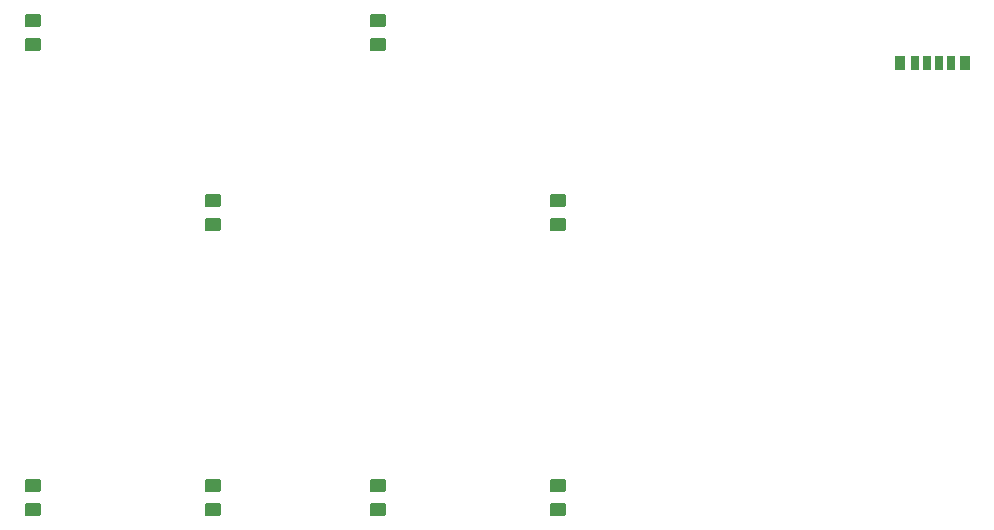
<source format=gtp>
G04 #@! TF.GenerationSoftware,KiCad,Pcbnew,(5.1.5)-3*
G04 #@! TF.CreationDate,2021-05-12T20:45:07+02:00*
G04 #@! TF.ProjectId,thermochromic clock resistors driver,74686572-6d6f-4636-9872-6f6d69632063,1*
G04 #@! TF.SameCoordinates,Original*
G04 #@! TF.FileFunction,Paste,Top*
G04 #@! TF.FilePolarity,Positive*
%FSLAX46Y46*%
G04 Gerber Fmt 4.6, Leading zero omitted, Abs format (unit mm)*
G04 Created by KiCad (PCBNEW (5.1.5)-3) date 2021-05-12 20:45:07*
%MOMM*%
%LPD*%
G04 APERTURE LIST*
%ADD10R,0.700000X1.150000*%
%ADD11R,0.800000X1.150000*%
%ADD12R,0.900000X1.150000*%
%ADD13C,0.152400*%
G04 APERTURE END LIST*
D10*
X205240000Y-73660000D03*
X206240000Y-73660000D03*
D11*
X207260000Y-73660000D03*
X204220000Y-73660000D03*
D12*
X208490000Y-73660000D03*
X202990000Y-73660000D03*
D13*
G36*
X174464505Y-86811204D02*
G01*
X174488773Y-86814804D01*
X174512572Y-86820765D01*
X174535671Y-86829030D01*
X174557850Y-86839520D01*
X174578893Y-86852132D01*
X174598599Y-86866747D01*
X174616777Y-86883223D01*
X174633253Y-86901401D01*
X174647868Y-86921107D01*
X174660480Y-86942150D01*
X174670970Y-86964329D01*
X174679235Y-86987428D01*
X174685196Y-87011227D01*
X174688796Y-87035495D01*
X174690000Y-87059999D01*
X174690000Y-87710001D01*
X174688796Y-87734505D01*
X174685196Y-87758773D01*
X174679235Y-87782572D01*
X174670970Y-87805671D01*
X174660480Y-87827850D01*
X174647868Y-87848893D01*
X174633253Y-87868599D01*
X174616777Y-87886777D01*
X174598599Y-87903253D01*
X174578893Y-87917868D01*
X174557850Y-87930480D01*
X174535671Y-87940970D01*
X174512572Y-87949235D01*
X174488773Y-87955196D01*
X174464505Y-87958796D01*
X174440001Y-87960000D01*
X173539999Y-87960000D01*
X173515495Y-87958796D01*
X173491227Y-87955196D01*
X173467428Y-87949235D01*
X173444329Y-87940970D01*
X173422150Y-87930480D01*
X173401107Y-87917868D01*
X173381401Y-87903253D01*
X173363223Y-87886777D01*
X173346747Y-87868599D01*
X173332132Y-87848893D01*
X173319520Y-87827850D01*
X173309030Y-87805671D01*
X173300765Y-87782572D01*
X173294804Y-87758773D01*
X173291204Y-87734505D01*
X173290000Y-87710001D01*
X173290000Y-87059999D01*
X173291204Y-87035495D01*
X173294804Y-87011227D01*
X173300765Y-86987428D01*
X173309030Y-86964329D01*
X173319520Y-86942150D01*
X173332132Y-86921107D01*
X173346747Y-86901401D01*
X173363223Y-86883223D01*
X173381401Y-86866747D01*
X173401107Y-86852132D01*
X173422150Y-86839520D01*
X173444329Y-86829030D01*
X173467428Y-86820765D01*
X173491227Y-86814804D01*
X173515495Y-86811204D01*
X173539999Y-86810000D01*
X174440001Y-86810000D01*
X174464505Y-86811204D01*
G37*
G36*
X174464505Y-84761204D02*
G01*
X174488773Y-84764804D01*
X174512572Y-84770765D01*
X174535671Y-84779030D01*
X174557850Y-84789520D01*
X174578893Y-84802132D01*
X174598599Y-84816747D01*
X174616777Y-84833223D01*
X174633253Y-84851401D01*
X174647868Y-84871107D01*
X174660480Y-84892150D01*
X174670970Y-84914329D01*
X174679235Y-84937428D01*
X174685196Y-84961227D01*
X174688796Y-84985495D01*
X174690000Y-85009999D01*
X174690000Y-85660001D01*
X174688796Y-85684505D01*
X174685196Y-85708773D01*
X174679235Y-85732572D01*
X174670970Y-85755671D01*
X174660480Y-85777850D01*
X174647868Y-85798893D01*
X174633253Y-85818599D01*
X174616777Y-85836777D01*
X174598599Y-85853253D01*
X174578893Y-85867868D01*
X174557850Y-85880480D01*
X174535671Y-85890970D01*
X174512572Y-85899235D01*
X174488773Y-85905196D01*
X174464505Y-85908796D01*
X174440001Y-85910000D01*
X173539999Y-85910000D01*
X173515495Y-85908796D01*
X173491227Y-85905196D01*
X173467428Y-85899235D01*
X173444329Y-85890970D01*
X173422150Y-85880480D01*
X173401107Y-85867868D01*
X173381401Y-85853253D01*
X173363223Y-85836777D01*
X173346747Y-85818599D01*
X173332132Y-85798893D01*
X173319520Y-85777850D01*
X173309030Y-85755671D01*
X173300765Y-85732572D01*
X173294804Y-85708773D01*
X173291204Y-85684505D01*
X173290000Y-85660001D01*
X173290000Y-85009999D01*
X173291204Y-84985495D01*
X173294804Y-84961227D01*
X173300765Y-84937428D01*
X173309030Y-84914329D01*
X173319520Y-84892150D01*
X173332132Y-84871107D01*
X173346747Y-84851401D01*
X173363223Y-84833223D01*
X173381401Y-84816747D01*
X173401107Y-84802132D01*
X173422150Y-84789520D01*
X173444329Y-84779030D01*
X173467428Y-84770765D01*
X173491227Y-84764804D01*
X173515495Y-84761204D01*
X173539999Y-84760000D01*
X174440001Y-84760000D01*
X174464505Y-84761204D01*
G37*
G36*
X174464505Y-110941204D02*
G01*
X174488773Y-110944804D01*
X174512572Y-110950765D01*
X174535671Y-110959030D01*
X174557850Y-110969520D01*
X174578893Y-110982132D01*
X174598599Y-110996747D01*
X174616777Y-111013223D01*
X174633253Y-111031401D01*
X174647868Y-111051107D01*
X174660480Y-111072150D01*
X174670970Y-111094329D01*
X174679235Y-111117428D01*
X174685196Y-111141227D01*
X174688796Y-111165495D01*
X174690000Y-111189999D01*
X174690000Y-111840001D01*
X174688796Y-111864505D01*
X174685196Y-111888773D01*
X174679235Y-111912572D01*
X174670970Y-111935671D01*
X174660480Y-111957850D01*
X174647868Y-111978893D01*
X174633253Y-111998599D01*
X174616777Y-112016777D01*
X174598599Y-112033253D01*
X174578893Y-112047868D01*
X174557850Y-112060480D01*
X174535671Y-112070970D01*
X174512572Y-112079235D01*
X174488773Y-112085196D01*
X174464505Y-112088796D01*
X174440001Y-112090000D01*
X173539999Y-112090000D01*
X173515495Y-112088796D01*
X173491227Y-112085196D01*
X173467428Y-112079235D01*
X173444329Y-112070970D01*
X173422150Y-112060480D01*
X173401107Y-112047868D01*
X173381401Y-112033253D01*
X173363223Y-112016777D01*
X173346747Y-111998599D01*
X173332132Y-111978893D01*
X173319520Y-111957850D01*
X173309030Y-111935671D01*
X173300765Y-111912572D01*
X173294804Y-111888773D01*
X173291204Y-111864505D01*
X173290000Y-111840001D01*
X173290000Y-111189999D01*
X173291204Y-111165495D01*
X173294804Y-111141227D01*
X173300765Y-111117428D01*
X173309030Y-111094329D01*
X173319520Y-111072150D01*
X173332132Y-111051107D01*
X173346747Y-111031401D01*
X173363223Y-111013223D01*
X173381401Y-110996747D01*
X173401107Y-110982132D01*
X173422150Y-110969520D01*
X173444329Y-110959030D01*
X173467428Y-110950765D01*
X173491227Y-110944804D01*
X173515495Y-110941204D01*
X173539999Y-110940000D01*
X174440001Y-110940000D01*
X174464505Y-110941204D01*
G37*
G36*
X174464505Y-108891204D02*
G01*
X174488773Y-108894804D01*
X174512572Y-108900765D01*
X174535671Y-108909030D01*
X174557850Y-108919520D01*
X174578893Y-108932132D01*
X174598599Y-108946747D01*
X174616777Y-108963223D01*
X174633253Y-108981401D01*
X174647868Y-109001107D01*
X174660480Y-109022150D01*
X174670970Y-109044329D01*
X174679235Y-109067428D01*
X174685196Y-109091227D01*
X174688796Y-109115495D01*
X174690000Y-109139999D01*
X174690000Y-109790001D01*
X174688796Y-109814505D01*
X174685196Y-109838773D01*
X174679235Y-109862572D01*
X174670970Y-109885671D01*
X174660480Y-109907850D01*
X174647868Y-109928893D01*
X174633253Y-109948599D01*
X174616777Y-109966777D01*
X174598599Y-109983253D01*
X174578893Y-109997868D01*
X174557850Y-110010480D01*
X174535671Y-110020970D01*
X174512572Y-110029235D01*
X174488773Y-110035196D01*
X174464505Y-110038796D01*
X174440001Y-110040000D01*
X173539999Y-110040000D01*
X173515495Y-110038796D01*
X173491227Y-110035196D01*
X173467428Y-110029235D01*
X173444329Y-110020970D01*
X173422150Y-110010480D01*
X173401107Y-109997868D01*
X173381401Y-109983253D01*
X173363223Y-109966777D01*
X173346747Y-109948599D01*
X173332132Y-109928893D01*
X173319520Y-109907850D01*
X173309030Y-109885671D01*
X173300765Y-109862572D01*
X173294804Y-109838773D01*
X173291204Y-109814505D01*
X173290000Y-109790001D01*
X173290000Y-109139999D01*
X173291204Y-109115495D01*
X173294804Y-109091227D01*
X173300765Y-109067428D01*
X173309030Y-109044329D01*
X173319520Y-109022150D01*
X173332132Y-109001107D01*
X173346747Y-108981401D01*
X173363223Y-108963223D01*
X173381401Y-108946747D01*
X173401107Y-108932132D01*
X173422150Y-108919520D01*
X173444329Y-108909030D01*
X173467428Y-108900765D01*
X173491227Y-108894804D01*
X173515495Y-108891204D01*
X173539999Y-108890000D01*
X174440001Y-108890000D01*
X174464505Y-108891204D01*
G37*
G36*
X145254505Y-86811204D02*
G01*
X145278773Y-86814804D01*
X145302572Y-86820765D01*
X145325671Y-86829030D01*
X145347850Y-86839520D01*
X145368893Y-86852132D01*
X145388599Y-86866747D01*
X145406777Y-86883223D01*
X145423253Y-86901401D01*
X145437868Y-86921107D01*
X145450480Y-86942150D01*
X145460970Y-86964329D01*
X145469235Y-86987428D01*
X145475196Y-87011227D01*
X145478796Y-87035495D01*
X145480000Y-87059999D01*
X145480000Y-87710001D01*
X145478796Y-87734505D01*
X145475196Y-87758773D01*
X145469235Y-87782572D01*
X145460970Y-87805671D01*
X145450480Y-87827850D01*
X145437868Y-87848893D01*
X145423253Y-87868599D01*
X145406777Y-87886777D01*
X145388599Y-87903253D01*
X145368893Y-87917868D01*
X145347850Y-87930480D01*
X145325671Y-87940970D01*
X145302572Y-87949235D01*
X145278773Y-87955196D01*
X145254505Y-87958796D01*
X145230001Y-87960000D01*
X144329999Y-87960000D01*
X144305495Y-87958796D01*
X144281227Y-87955196D01*
X144257428Y-87949235D01*
X144234329Y-87940970D01*
X144212150Y-87930480D01*
X144191107Y-87917868D01*
X144171401Y-87903253D01*
X144153223Y-87886777D01*
X144136747Y-87868599D01*
X144122132Y-87848893D01*
X144109520Y-87827850D01*
X144099030Y-87805671D01*
X144090765Y-87782572D01*
X144084804Y-87758773D01*
X144081204Y-87734505D01*
X144080000Y-87710001D01*
X144080000Y-87059999D01*
X144081204Y-87035495D01*
X144084804Y-87011227D01*
X144090765Y-86987428D01*
X144099030Y-86964329D01*
X144109520Y-86942150D01*
X144122132Y-86921107D01*
X144136747Y-86901401D01*
X144153223Y-86883223D01*
X144171401Y-86866747D01*
X144191107Y-86852132D01*
X144212150Y-86839520D01*
X144234329Y-86829030D01*
X144257428Y-86820765D01*
X144281227Y-86814804D01*
X144305495Y-86811204D01*
X144329999Y-86810000D01*
X145230001Y-86810000D01*
X145254505Y-86811204D01*
G37*
G36*
X145254505Y-84761204D02*
G01*
X145278773Y-84764804D01*
X145302572Y-84770765D01*
X145325671Y-84779030D01*
X145347850Y-84789520D01*
X145368893Y-84802132D01*
X145388599Y-84816747D01*
X145406777Y-84833223D01*
X145423253Y-84851401D01*
X145437868Y-84871107D01*
X145450480Y-84892150D01*
X145460970Y-84914329D01*
X145469235Y-84937428D01*
X145475196Y-84961227D01*
X145478796Y-84985495D01*
X145480000Y-85009999D01*
X145480000Y-85660001D01*
X145478796Y-85684505D01*
X145475196Y-85708773D01*
X145469235Y-85732572D01*
X145460970Y-85755671D01*
X145450480Y-85777850D01*
X145437868Y-85798893D01*
X145423253Y-85818599D01*
X145406777Y-85836777D01*
X145388599Y-85853253D01*
X145368893Y-85867868D01*
X145347850Y-85880480D01*
X145325671Y-85890970D01*
X145302572Y-85899235D01*
X145278773Y-85905196D01*
X145254505Y-85908796D01*
X145230001Y-85910000D01*
X144329999Y-85910000D01*
X144305495Y-85908796D01*
X144281227Y-85905196D01*
X144257428Y-85899235D01*
X144234329Y-85890970D01*
X144212150Y-85880480D01*
X144191107Y-85867868D01*
X144171401Y-85853253D01*
X144153223Y-85836777D01*
X144136747Y-85818599D01*
X144122132Y-85798893D01*
X144109520Y-85777850D01*
X144099030Y-85755671D01*
X144090765Y-85732572D01*
X144084804Y-85708773D01*
X144081204Y-85684505D01*
X144080000Y-85660001D01*
X144080000Y-85009999D01*
X144081204Y-84985495D01*
X144084804Y-84961227D01*
X144090765Y-84937428D01*
X144099030Y-84914329D01*
X144109520Y-84892150D01*
X144122132Y-84871107D01*
X144136747Y-84851401D01*
X144153223Y-84833223D01*
X144171401Y-84816747D01*
X144191107Y-84802132D01*
X144212150Y-84789520D01*
X144234329Y-84779030D01*
X144257428Y-84770765D01*
X144281227Y-84764804D01*
X144305495Y-84761204D01*
X144329999Y-84760000D01*
X145230001Y-84760000D01*
X145254505Y-84761204D01*
G37*
G36*
X145254505Y-110941204D02*
G01*
X145278773Y-110944804D01*
X145302572Y-110950765D01*
X145325671Y-110959030D01*
X145347850Y-110969520D01*
X145368893Y-110982132D01*
X145388599Y-110996747D01*
X145406777Y-111013223D01*
X145423253Y-111031401D01*
X145437868Y-111051107D01*
X145450480Y-111072150D01*
X145460970Y-111094329D01*
X145469235Y-111117428D01*
X145475196Y-111141227D01*
X145478796Y-111165495D01*
X145480000Y-111189999D01*
X145480000Y-111840001D01*
X145478796Y-111864505D01*
X145475196Y-111888773D01*
X145469235Y-111912572D01*
X145460970Y-111935671D01*
X145450480Y-111957850D01*
X145437868Y-111978893D01*
X145423253Y-111998599D01*
X145406777Y-112016777D01*
X145388599Y-112033253D01*
X145368893Y-112047868D01*
X145347850Y-112060480D01*
X145325671Y-112070970D01*
X145302572Y-112079235D01*
X145278773Y-112085196D01*
X145254505Y-112088796D01*
X145230001Y-112090000D01*
X144329999Y-112090000D01*
X144305495Y-112088796D01*
X144281227Y-112085196D01*
X144257428Y-112079235D01*
X144234329Y-112070970D01*
X144212150Y-112060480D01*
X144191107Y-112047868D01*
X144171401Y-112033253D01*
X144153223Y-112016777D01*
X144136747Y-111998599D01*
X144122132Y-111978893D01*
X144109520Y-111957850D01*
X144099030Y-111935671D01*
X144090765Y-111912572D01*
X144084804Y-111888773D01*
X144081204Y-111864505D01*
X144080000Y-111840001D01*
X144080000Y-111189999D01*
X144081204Y-111165495D01*
X144084804Y-111141227D01*
X144090765Y-111117428D01*
X144099030Y-111094329D01*
X144109520Y-111072150D01*
X144122132Y-111051107D01*
X144136747Y-111031401D01*
X144153223Y-111013223D01*
X144171401Y-110996747D01*
X144191107Y-110982132D01*
X144212150Y-110969520D01*
X144234329Y-110959030D01*
X144257428Y-110950765D01*
X144281227Y-110944804D01*
X144305495Y-110941204D01*
X144329999Y-110940000D01*
X145230001Y-110940000D01*
X145254505Y-110941204D01*
G37*
G36*
X145254505Y-108891204D02*
G01*
X145278773Y-108894804D01*
X145302572Y-108900765D01*
X145325671Y-108909030D01*
X145347850Y-108919520D01*
X145368893Y-108932132D01*
X145388599Y-108946747D01*
X145406777Y-108963223D01*
X145423253Y-108981401D01*
X145437868Y-109001107D01*
X145450480Y-109022150D01*
X145460970Y-109044329D01*
X145469235Y-109067428D01*
X145475196Y-109091227D01*
X145478796Y-109115495D01*
X145480000Y-109139999D01*
X145480000Y-109790001D01*
X145478796Y-109814505D01*
X145475196Y-109838773D01*
X145469235Y-109862572D01*
X145460970Y-109885671D01*
X145450480Y-109907850D01*
X145437868Y-109928893D01*
X145423253Y-109948599D01*
X145406777Y-109966777D01*
X145388599Y-109983253D01*
X145368893Y-109997868D01*
X145347850Y-110010480D01*
X145325671Y-110020970D01*
X145302572Y-110029235D01*
X145278773Y-110035196D01*
X145254505Y-110038796D01*
X145230001Y-110040000D01*
X144329999Y-110040000D01*
X144305495Y-110038796D01*
X144281227Y-110035196D01*
X144257428Y-110029235D01*
X144234329Y-110020970D01*
X144212150Y-110010480D01*
X144191107Y-109997868D01*
X144171401Y-109983253D01*
X144153223Y-109966777D01*
X144136747Y-109948599D01*
X144122132Y-109928893D01*
X144109520Y-109907850D01*
X144099030Y-109885671D01*
X144090765Y-109862572D01*
X144084804Y-109838773D01*
X144081204Y-109814505D01*
X144080000Y-109790001D01*
X144080000Y-109139999D01*
X144081204Y-109115495D01*
X144084804Y-109091227D01*
X144090765Y-109067428D01*
X144099030Y-109044329D01*
X144109520Y-109022150D01*
X144122132Y-109001107D01*
X144136747Y-108981401D01*
X144153223Y-108963223D01*
X144171401Y-108946747D01*
X144191107Y-108932132D01*
X144212150Y-108919520D01*
X144234329Y-108909030D01*
X144257428Y-108900765D01*
X144281227Y-108894804D01*
X144305495Y-108891204D01*
X144329999Y-108890000D01*
X145230001Y-108890000D01*
X145254505Y-108891204D01*
G37*
G36*
X130014505Y-71571204D02*
G01*
X130038773Y-71574804D01*
X130062572Y-71580765D01*
X130085671Y-71589030D01*
X130107850Y-71599520D01*
X130128893Y-71612132D01*
X130148599Y-71626747D01*
X130166777Y-71643223D01*
X130183253Y-71661401D01*
X130197868Y-71681107D01*
X130210480Y-71702150D01*
X130220970Y-71724329D01*
X130229235Y-71747428D01*
X130235196Y-71771227D01*
X130238796Y-71795495D01*
X130240000Y-71819999D01*
X130240000Y-72470001D01*
X130238796Y-72494505D01*
X130235196Y-72518773D01*
X130229235Y-72542572D01*
X130220970Y-72565671D01*
X130210480Y-72587850D01*
X130197868Y-72608893D01*
X130183253Y-72628599D01*
X130166777Y-72646777D01*
X130148599Y-72663253D01*
X130128893Y-72677868D01*
X130107850Y-72690480D01*
X130085671Y-72700970D01*
X130062572Y-72709235D01*
X130038773Y-72715196D01*
X130014505Y-72718796D01*
X129990001Y-72720000D01*
X129089999Y-72720000D01*
X129065495Y-72718796D01*
X129041227Y-72715196D01*
X129017428Y-72709235D01*
X128994329Y-72700970D01*
X128972150Y-72690480D01*
X128951107Y-72677868D01*
X128931401Y-72663253D01*
X128913223Y-72646777D01*
X128896747Y-72628599D01*
X128882132Y-72608893D01*
X128869520Y-72587850D01*
X128859030Y-72565671D01*
X128850765Y-72542572D01*
X128844804Y-72518773D01*
X128841204Y-72494505D01*
X128840000Y-72470001D01*
X128840000Y-71819999D01*
X128841204Y-71795495D01*
X128844804Y-71771227D01*
X128850765Y-71747428D01*
X128859030Y-71724329D01*
X128869520Y-71702150D01*
X128882132Y-71681107D01*
X128896747Y-71661401D01*
X128913223Y-71643223D01*
X128931401Y-71626747D01*
X128951107Y-71612132D01*
X128972150Y-71599520D01*
X128994329Y-71589030D01*
X129017428Y-71580765D01*
X129041227Y-71574804D01*
X129065495Y-71571204D01*
X129089999Y-71570000D01*
X129990001Y-71570000D01*
X130014505Y-71571204D01*
G37*
G36*
X130014505Y-69521204D02*
G01*
X130038773Y-69524804D01*
X130062572Y-69530765D01*
X130085671Y-69539030D01*
X130107850Y-69549520D01*
X130128893Y-69562132D01*
X130148599Y-69576747D01*
X130166777Y-69593223D01*
X130183253Y-69611401D01*
X130197868Y-69631107D01*
X130210480Y-69652150D01*
X130220970Y-69674329D01*
X130229235Y-69697428D01*
X130235196Y-69721227D01*
X130238796Y-69745495D01*
X130240000Y-69769999D01*
X130240000Y-70420001D01*
X130238796Y-70444505D01*
X130235196Y-70468773D01*
X130229235Y-70492572D01*
X130220970Y-70515671D01*
X130210480Y-70537850D01*
X130197868Y-70558893D01*
X130183253Y-70578599D01*
X130166777Y-70596777D01*
X130148599Y-70613253D01*
X130128893Y-70627868D01*
X130107850Y-70640480D01*
X130085671Y-70650970D01*
X130062572Y-70659235D01*
X130038773Y-70665196D01*
X130014505Y-70668796D01*
X129990001Y-70670000D01*
X129089999Y-70670000D01*
X129065495Y-70668796D01*
X129041227Y-70665196D01*
X129017428Y-70659235D01*
X128994329Y-70650970D01*
X128972150Y-70640480D01*
X128951107Y-70627868D01*
X128931401Y-70613253D01*
X128913223Y-70596777D01*
X128896747Y-70578599D01*
X128882132Y-70558893D01*
X128869520Y-70537850D01*
X128859030Y-70515671D01*
X128850765Y-70492572D01*
X128844804Y-70468773D01*
X128841204Y-70444505D01*
X128840000Y-70420001D01*
X128840000Y-69769999D01*
X128841204Y-69745495D01*
X128844804Y-69721227D01*
X128850765Y-69697428D01*
X128859030Y-69674329D01*
X128869520Y-69652150D01*
X128882132Y-69631107D01*
X128896747Y-69611401D01*
X128913223Y-69593223D01*
X128931401Y-69576747D01*
X128951107Y-69562132D01*
X128972150Y-69549520D01*
X128994329Y-69539030D01*
X129017428Y-69530765D01*
X129041227Y-69524804D01*
X129065495Y-69521204D01*
X129089999Y-69520000D01*
X129990001Y-69520000D01*
X130014505Y-69521204D01*
G37*
G36*
X159224505Y-71571204D02*
G01*
X159248773Y-71574804D01*
X159272572Y-71580765D01*
X159295671Y-71589030D01*
X159317850Y-71599520D01*
X159338893Y-71612132D01*
X159358599Y-71626747D01*
X159376777Y-71643223D01*
X159393253Y-71661401D01*
X159407868Y-71681107D01*
X159420480Y-71702150D01*
X159430970Y-71724329D01*
X159439235Y-71747428D01*
X159445196Y-71771227D01*
X159448796Y-71795495D01*
X159450000Y-71819999D01*
X159450000Y-72470001D01*
X159448796Y-72494505D01*
X159445196Y-72518773D01*
X159439235Y-72542572D01*
X159430970Y-72565671D01*
X159420480Y-72587850D01*
X159407868Y-72608893D01*
X159393253Y-72628599D01*
X159376777Y-72646777D01*
X159358599Y-72663253D01*
X159338893Y-72677868D01*
X159317850Y-72690480D01*
X159295671Y-72700970D01*
X159272572Y-72709235D01*
X159248773Y-72715196D01*
X159224505Y-72718796D01*
X159200001Y-72720000D01*
X158299999Y-72720000D01*
X158275495Y-72718796D01*
X158251227Y-72715196D01*
X158227428Y-72709235D01*
X158204329Y-72700970D01*
X158182150Y-72690480D01*
X158161107Y-72677868D01*
X158141401Y-72663253D01*
X158123223Y-72646777D01*
X158106747Y-72628599D01*
X158092132Y-72608893D01*
X158079520Y-72587850D01*
X158069030Y-72565671D01*
X158060765Y-72542572D01*
X158054804Y-72518773D01*
X158051204Y-72494505D01*
X158050000Y-72470001D01*
X158050000Y-71819999D01*
X158051204Y-71795495D01*
X158054804Y-71771227D01*
X158060765Y-71747428D01*
X158069030Y-71724329D01*
X158079520Y-71702150D01*
X158092132Y-71681107D01*
X158106747Y-71661401D01*
X158123223Y-71643223D01*
X158141401Y-71626747D01*
X158161107Y-71612132D01*
X158182150Y-71599520D01*
X158204329Y-71589030D01*
X158227428Y-71580765D01*
X158251227Y-71574804D01*
X158275495Y-71571204D01*
X158299999Y-71570000D01*
X159200001Y-71570000D01*
X159224505Y-71571204D01*
G37*
G36*
X159224505Y-69521204D02*
G01*
X159248773Y-69524804D01*
X159272572Y-69530765D01*
X159295671Y-69539030D01*
X159317850Y-69549520D01*
X159338893Y-69562132D01*
X159358599Y-69576747D01*
X159376777Y-69593223D01*
X159393253Y-69611401D01*
X159407868Y-69631107D01*
X159420480Y-69652150D01*
X159430970Y-69674329D01*
X159439235Y-69697428D01*
X159445196Y-69721227D01*
X159448796Y-69745495D01*
X159450000Y-69769999D01*
X159450000Y-70420001D01*
X159448796Y-70444505D01*
X159445196Y-70468773D01*
X159439235Y-70492572D01*
X159430970Y-70515671D01*
X159420480Y-70537850D01*
X159407868Y-70558893D01*
X159393253Y-70578599D01*
X159376777Y-70596777D01*
X159358599Y-70613253D01*
X159338893Y-70627868D01*
X159317850Y-70640480D01*
X159295671Y-70650970D01*
X159272572Y-70659235D01*
X159248773Y-70665196D01*
X159224505Y-70668796D01*
X159200001Y-70670000D01*
X158299999Y-70670000D01*
X158275495Y-70668796D01*
X158251227Y-70665196D01*
X158227428Y-70659235D01*
X158204329Y-70650970D01*
X158182150Y-70640480D01*
X158161107Y-70627868D01*
X158141401Y-70613253D01*
X158123223Y-70596777D01*
X158106747Y-70578599D01*
X158092132Y-70558893D01*
X158079520Y-70537850D01*
X158069030Y-70515671D01*
X158060765Y-70492572D01*
X158054804Y-70468773D01*
X158051204Y-70444505D01*
X158050000Y-70420001D01*
X158050000Y-69769999D01*
X158051204Y-69745495D01*
X158054804Y-69721227D01*
X158060765Y-69697428D01*
X158069030Y-69674329D01*
X158079520Y-69652150D01*
X158092132Y-69631107D01*
X158106747Y-69611401D01*
X158123223Y-69593223D01*
X158141401Y-69576747D01*
X158161107Y-69562132D01*
X158182150Y-69549520D01*
X158204329Y-69539030D01*
X158227428Y-69530765D01*
X158251227Y-69524804D01*
X158275495Y-69521204D01*
X158299999Y-69520000D01*
X159200001Y-69520000D01*
X159224505Y-69521204D01*
G37*
G36*
X159224505Y-110941204D02*
G01*
X159248773Y-110944804D01*
X159272572Y-110950765D01*
X159295671Y-110959030D01*
X159317850Y-110969520D01*
X159338893Y-110982132D01*
X159358599Y-110996747D01*
X159376777Y-111013223D01*
X159393253Y-111031401D01*
X159407868Y-111051107D01*
X159420480Y-111072150D01*
X159430970Y-111094329D01*
X159439235Y-111117428D01*
X159445196Y-111141227D01*
X159448796Y-111165495D01*
X159450000Y-111189999D01*
X159450000Y-111840001D01*
X159448796Y-111864505D01*
X159445196Y-111888773D01*
X159439235Y-111912572D01*
X159430970Y-111935671D01*
X159420480Y-111957850D01*
X159407868Y-111978893D01*
X159393253Y-111998599D01*
X159376777Y-112016777D01*
X159358599Y-112033253D01*
X159338893Y-112047868D01*
X159317850Y-112060480D01*
X159295671Y-112070970D01*
X159272572Y-112079235D01*
X159248773Y-112085196D01*
X159224505Y-112088796D01*
X159200001Y-112090000D01*
X158299999Y-112090000D01*
X158275495Y-112088796D01*
X158251227Y-112085196D01*
X158227428Y-112079235D01*
X158204329Y-112070970D01*
X158182150Y-112060480D01*
X158161107Y-112047868D01*
X158141401Y-112033253D01*
X158123223Y-112016777D01*
X158106747Y-111998599D01*
X158092132Y-111978893D01*
X158079520Y-111957850D01*
X158069030Y-111935671D01*
X158060765Y-111912572D01*
X158054804Y-111888773D01*
X158051204Y-111864505D01*
X158050000Y-111840001D01*
X158050000Y-111189999D01*
X158051204Y-111165495D01*
X158054804Y-111141227D01*
X158060765Y-111117428D01*
X158069030Y-111094329D01*
X158079520Y-111072150D01*
X158092132Y-111051107D01*
X158106747Y-111031401D01*
X158123223Y-111013223D01*
X158141401Y-110996747D01*
X158161107Y-110982132D01*
X158182150Y-110969520D01*
X158204329Y-110959030D01*
X158227428Y-110950765D01*
X158251227Y-110944804D01*
X158275495Y-110941204D01*
X158299999Y-110940000D01*
X159200001Y-110940000D01*
X159224505Y-110941204D01*
G37*
G36*
X159224505Y-108891204D02*
G01*
X159248773Y-108894804D01*
X159272572Y-108900765D01*
X159295671Y-108909030D01*
X159317850Y-108919520D01*
X159338893Y-108932132D01*
X159358599Y-108946747D01*
X159376777Y-108963223D01*
X159393253Y-108981401D01*
X159407868Y-109001107D01*
X159420480Y-109022150D01*
X159430970Y-109044329D01*
X159439235Y-109067428D01*
X159445196Y-109091227D01*
X159448796Y-109115495D01*
X159450000Y-109139999D01*
X159450000Y-109790001D01*
X159448796Y-109814505D01*
X159445196Y-109838773D01*
X159439235Y-109862572D01*
X159430970Y-109885671D01*
X159420480Y-109907850D01*
X159407868Y-109928893D01*
X159393253Y-109948599D01*
X159376777Y-109966777D01*
X159358599Y-109983253D01*
X159338893Y-109997868D01*
X159317850Y-110010480D01*
X159295671Y-110020970D01*
X159272572Y-110029235D01*
X159248773Y-110035196D01*
X159224505Y-110038796D01*
X159200001Y-110040000D01*
X158299999Y-110040000D01*
X158275495Y-110038796D01*
X158251227Y-110035196D01*
X158227428Y-110029235D01*
X158204329Y-110020970D01*
X158182150Y-110010480D01*
X158161107Y-109997868D01*
X158141401Y-109983253D01*
X158123223Y-109966777D01*
X158106747Y-109948599D01*
X158092132Y-109928893D01*
X158079520Y-109907850D01*
X158069030Y-109885671D01*
X158060765Y-109862572D01*
X158054804Y-109838773D01*
X158051204Y-109814505D01*
X158050000Y-109790001D01*
X158050000Y-109139999D01*
X158051204Y-109115495D01*
X158054804Y-109091227D01*
X158060765Y-109067428D01*
X158069030Y-109044329D01*
X158079520Y-109022150D01*
X158092132Y-109001107D01*
X158106747Y-108981401D01*
X158123223Y-108963223D01*
X158141401Y-108946747D01*
X158161107Y-108932132D01*
X158182150Y-108919520D01*
X158204329Y-108909030D01*
X158227428Y-108900765D01*
X158251227Y-108894804D01*
X158275495Y-108891204D01*
X158299999Y-108890000D01*
X159200001Y-108890000D01*
X159224505Y-108891204D01*
G37*
G36*
X130014505Y-110941204D02*
G01*
X130038773Y-110944804D01*
X130062572Y-110950765D01*
X130085671Y-110959030D01*
X130107850Y-110969520D01*
X130128893Y-110982132D01*
X130148599Y-110996747D01*
X130166777Y-111013223D01*
X130183253Y-111031401D01*
X130197868Y-111051107D01*
X130210480Y-111072150D01*
X130220970Y-111094329D01*
X130229235Y-111117428D01*
X130235196Y-111141227D01*
X130238796Y-111165495D01*
X130240000Y-111189999D01*
X130240000Y-111840001D01*
X130238796Y-111864505D01*
X130235196Y-111888773D01*
X130229235Y-111912572D01*
X130220970Y-111935671D01*
X130210480Y-111957850D01*
X130197868Y-111978893D01*
X130183253Y-111998599D01*
X130166777Y-112016777D01*
X130148599Y-112033253D01*
X130128893Y-112047868D01*
X130107850Y-112060480D01*
X130085671Y-112070970D01*
X130062572Y-112079235D01*
X130038773Y-112085196D01*
X130014505Y-112088796D01*
X129990001Y-112090000D01*
X129089999Y-112090000D01*
X129065495Y-112088796D01*
X129041227Y-112085196D01*
X129017428Y-112079235D01*
X128994329Y-112070970D01*
X128972150Y-112060480D01*
X128951107Y-112047868D01*
X128931401Y-112033253D01*
X128913223Y-112016777D01*
X128896747Y-111998599D01*
X128882132Y-111978893D01*
X128869520Y-111957850D01*
X128859030Y-111935671D01*
X128850765Y-111912572D01*
X128844804Y-111888773D01*
X128841204Y-111864505D01*
X128840000Y-111840001D01*
X128840000Y-111189999D01*
X128841204Y-111165495D01*
X128844804Y-111141227D01*
X128850765Y-111117428D01*
X128859030Y-111094329D01*
X128869520Y-111072150D01*
X128882132Y-111051107D01*
X128896747Y-111031401D01*
X128913223Y-111013223D01*
X128931401Y-110996747D01*
X128951107Y-110982132D01*
X128972150Y-110969520D01*
X128994329Y-110959030D01*
X129017428Y-110950765D01*
X129041227Y-110944804D01*
X129065495Y-110941204D01*
X129089999Y-110940000D01*
X129990001Y-110940000D01*
X130014505Y-110941204D01*
G37*
G36*
X130014505Y-108891204D02*
G01*
X130038773Y-108894804D01*
X130062572Y-108900765D01*
X130085671Y-108909030D01*
X130107850Y-108919520D01*
X130128893Y-108932132D01*
X130148599Y-108946747D01*
X130166777Y-108963223D01*
X130183253Y-108981401D01*
X130197868Y-109001107D01*
X130210480Y-109022150D01*
X130220970Y-109044329D01*
X130229235Y-109067428D01*
X130235196Y-109091227D01*
X130238796Y-109115495D01*
X130240000Y-109139999D01*
X130240000Y-109790001D01*
X130238796Y-109814505D01*
X130235196Y-109838773D01*
X130229235Y-109862572D01*
X130220970Y-109885671D01*
X130210480Y-109907850D01*
X130197868Y-109928893D01*
X130183253Y-109948599D01*
X130166777Y-109966777D01*
X130148599Y-109983253D01*
X130128893Y-109997868D01*
X130107850Y-110010480D01*
X130085671Y-110020970D01*
X130062572Y-110029235D01*
X130038773Y-110035196D01*
X130014505Y-110038796D01*
X129990001Y-110040000D01*
X129089999Y-110040000D01*
X129065495Y-110038796D01*
X129041227Y-110035196D01*
X129017428Y-110029235D01*
X128994329Y-110020970D01*
X128972150Y-110010480D01*
X128951107Y-109997868D01*
X128931401Y-109983253D01*
X128913223Y-109966777D01*
X128896747Y-109948599D01*
X128882132Y-109928893D01*
X128869520Y-109907850D01*
X128859030Y-109885671D01*
X128850765Y-109862572D01*
X128844804Y-109838773D01*
X128841204Y-109814505D01*
X128840000Y-109790001D01*
X128840000Y-109139999D01*
X128841204Y-109115495D01*
X128844804Y-109091227D01*
X128850765Y-109067428D01*
X128859030Y-109044329D01*
X128869520Y-109022150D01*
X128882132Y-109001107D01*
X128896747Y-108981401D01*
X128913223Y-108963223D01*
X128931401Y-108946747D01*
X128951107Y-108932132D01*
X128972150Y-108919520D01*
X128994329Y-108909030D01*
X129017428Y-108900765D01*
X129041227Y-108894804D01*
X129065495Y-108891204D01*
X129089999Y-108890000D01*
X129990001Y-108890000D01*
X130014505Y-108891204D01*
G37*
M02*

</source>
